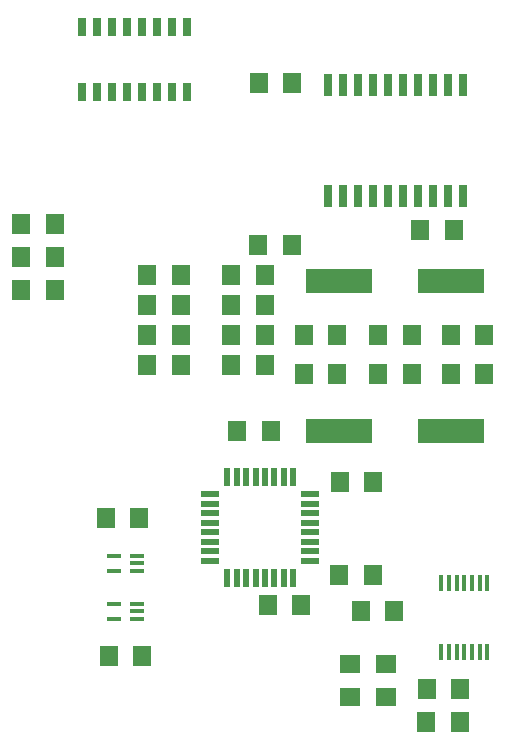
<source format=gbr>
G04 EAGLE Gerber RS-274X export*
G75*
%MOMM*%
%FSLAX34Y34*%
%LPD*%
%INSolderpaste Top*%
%IPPOS*%
%AMOC8*
5,1,8,0,0,1.08239X$1,22.5*%
G01*
%ADD10R,0.700000X1.925000*%
%ADD11R,0.450000X1.475000*%
%ADD12R,0.650000X1.575000*%
%ADD13R,1.200000X0.400000*%
%ADD14R,5.600000X2.100000*%
%ADD15R,1.600000X1.800000*%
%ADD16R,1.600000X1.803000*%
%ADD17R,0.600000X1.500000*%
%ADD18R,1.500000X0.600000*%
%ADD19R,1.803000X1.600000*%


D10*
X468630Y829180D03*
X481330Y829180D03*
X494030Y829180D03*
X506730Y829180D03*
X519430Y829180D03*
X532130Y829180D03*
X544830Y829180D03*
X557530Y829180D03*
X570230Y829180D03*
X582930Y829180D03*
X582930Y923420D03*
X570230Y923420D03*
X557530Y923420D03*
X544830Y923420D03*
X532130Y923420D03*
X519430Y923420D03*
X506730Y923420D03*
X494030Y923420D03*
X481330Y923420D03*
X468630Y923420D03*
D11*
X564700Y443060D03*
X571200Y443060D03*
X577700Y443060D03*
X584200Y443060D03*
X590700Y443060D03*
X597200Y443060D03*
X603700Y443060D03*
X603700Y501820D03*
X597200Y501820D03*
X590700Y501820D03*
X584200Y501820D03*
X577700Y501820D03*
X571200Y501820D03*
X564700Y501820D03*
D12*
X349250Y972260D03*
X336550Y972260D03*
X323850Y972260D03*
X311150Y972260D03*
X298450Y972260D03*
X285750Y972260D03*
X273050Y972260D03*
X260350Y972260D03*
X260350Y917500D03*
X273050Y917500D03*
X285750Y917500D03*
X298450Y917500D03*
X311150Y917500D03*
X323850Y917500D03*
X336550Y917500D03*
X349250Y917500D03*
D13*
X306680Y511660D03*
X306680Y518160D03*
X306680Y524660D03*
X287680Y524660D03*
X287680Y511660D03*
D14*
X478280Y756920D03*
X573280Y756920D03*
X573280Y629920D03*
X478280Y629920D03*
D15*
X438180Y924560D03*
X410180Y924560D03*
X524540Y477520D03*
X496540Y477520D03*
X476280Y711200D03*
X448280Y711200D03*
X572740Y711200D03*
X600740Y711200D03*
X572740Y678180D03*
X600740Y678180D03*
X476280Y678180D03*
X448280Y678180D03*
X283180Y439420D03*
X311180Y439420D03*
X417800Y482600D03*
X445800Y482600D03*
D13*
X306680Y471020D03*
X306680Y477520D03*
X306680Y484020D03*
X287680Y484020D03*
X287680Y471020D03*
D15*
X280640Y556260D03*
X308640Y556260D03*
D16*
X387100Y685800D03*
X415540Y685800D03*
X387100Y711200D03*
X415540Y711200D03*
X387100Y736600D03*
X415540Y736600D03*
X387100Y762000D03*
X415540Y762000D03*
X315980Y685800D03*
X344420Y685800D03*
X315980Y711200D03*
X344420Y711200D03*
X315980Y736600D03*
X344420Y736600D03*
X315980Y762000D03*
X344420Y762000D03*
X409960Y787400D03*
X438400Y787400D03*
X209300Y805180D03*
X237740Y805180D03*
X209300Y777240D03*
X237740Y777240D03*
X209300Y749300D03*
X237740Y749300D03*
X511560Y711200D03*
X540000Y711200D03*
X575560Y800100D03*
X547120Y800100D03*
X540000Y678180D03*
X511560Y678180D03*
X420620Y629920D03*
X392180Y629920D03*
D15*
X580420Y411480D03*
X552420Y411480D03*
D16*
X580640Y383540D03*
X552200Y383540D03*
D17*
X439480Y591140D03*
X431480Y591140D03*
X423480Y591140D03*
X415480Y591140D03*
X407480Y591140D03*
X399480Y591140D03*
X391480Y591140D03*
X383480Y591140D03*
D18*
X368980Y576640D03*
X368980Y568640D03*
X368980Y560640D03*
X368980Y552640D03*
X368980Y544640D03*
X368980Y536640D03*
X368980Y528640D03*
X368980Y520640D03*
D17*
X383480Y506140D03*
X391480Y506140D03*
X399480Y506140D03*
X407480Y506140D03*
X415480Y506140D03*
X423480Y506140D03*
X431480Y506140D03*
X439480Y506140D03*
D18*
X453980Y520640D03*
X453980Y528640D03*
X453980Y536640D03*
X453980Y544640D03*
X453980Y552640D03*
X453980Y560640D03*
X453980Y568640D03*
X453980Y576640D03*
D16*
X478540Y508000D03*
X506980Y508000D03*
D15*
X478760Y586740D03*
X506760Y586740D03*
D19*
X487680Y404880D03*
X487680Y433320D03*
X518160Y404880D03*
X518160Y433320D03*
M02*

</source>
